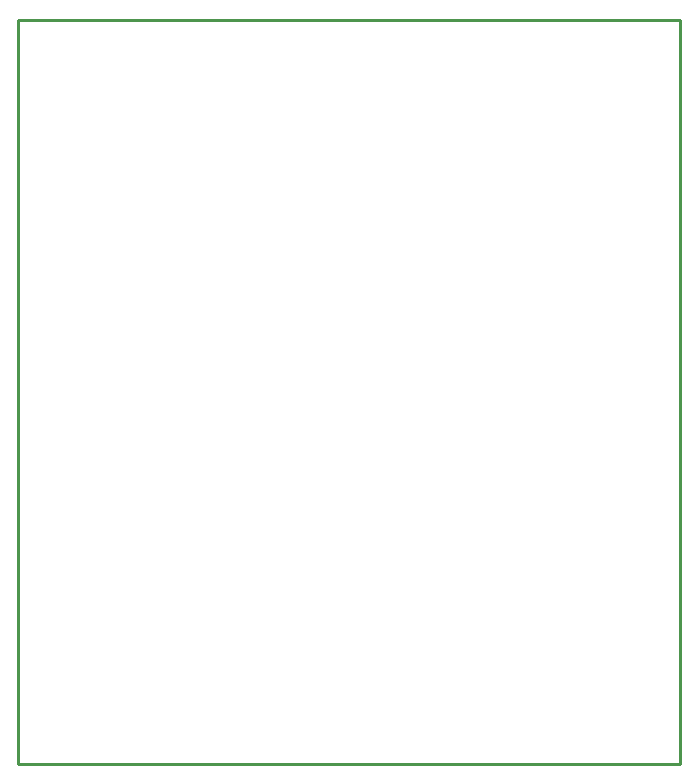
<source format=gko>
%FSLAX44Y44*%
%MOMM*%
G71*
G01*
G75*
G04 Layer_Color=16711935*
%ADD10C,0.2000*%
%ADD11C,0.3000*%
%ADD12C,0.6000*%
%ADD13C,0.8000*%
%ADD14C,1.0000*%
%ADD15C,0.5000*%
%ADD16C,0.2032*%
%ADD17R,1.5000X1.5000*%
%ADD18C,1.5000*%
%ADD19C,0.9144*%
%ADD20R,2.5000X3.8000*%
%ADD21R,3.8000X2.5000*%
%ADD22R,1.5000X1.5000*%
%ADD23C,1.0000*%
%ADD24C,0.6096*%
%ADD25C,0.6350*%
%ADD26C,0.2500*%
%ADD27C,0.2540*%
%ADD28C,0.1540*%
%ADD29R,1.7032X1.7032*%
%ADD30C,1.7032*%
%ADD31R,2.7032X4.0032*%
%ADD32R,4.0032X2.7032*%
%ADD33R,1.7032X1.7032*%
D27*
X0Y610000D02*
Y630000D01*
X560000D01*
Y0D02*
Y630000D01*
X0Y0D02*
Y610000D01*
Y0D02*
X560000D01*
M02*

</source>
